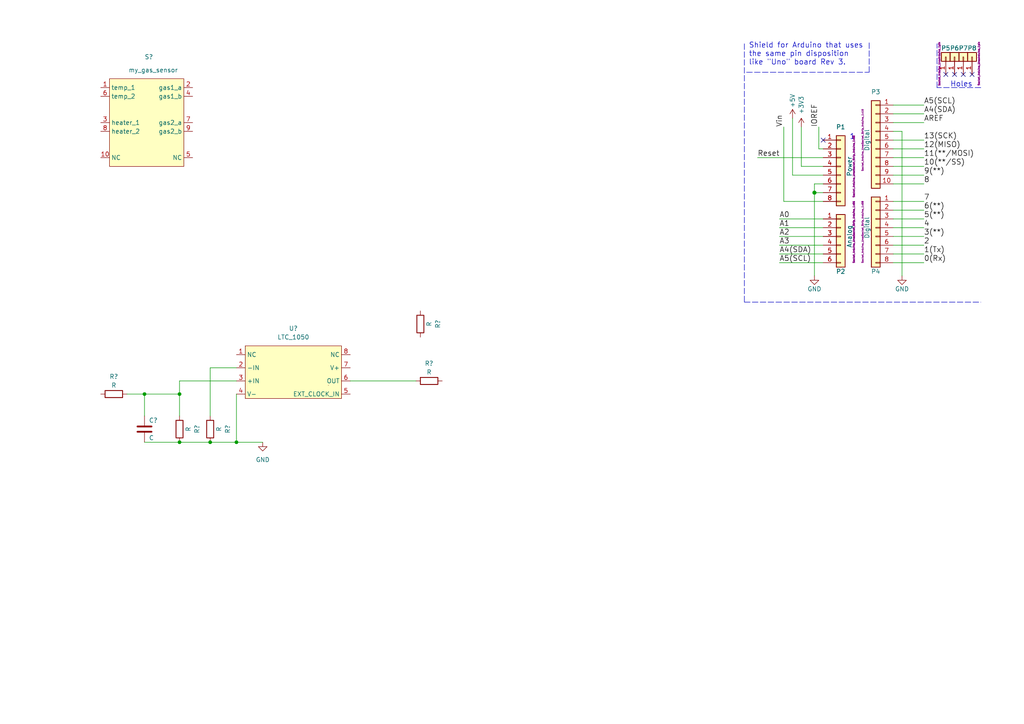
<source format=kicad_sch>
(kicad_sch (version 20210621) (generator eeschema)
  (paper "A4")
  (title_block (date "lun. 30 mars 2015"))
  (lib_symbols
    (symbol "Connector_Generic:Conn_01x01" (pin_names (offset 1.016) hide)
      (property "Reference" "J" (at 0 2.54 0))
      (property "Value" "Conn_01x01" (at 0 -2.54 0))
      (symbol "Conn_01x01_1_1"
        (rectangle (start -1.27 0.127) (end 0 -0.127) (stroke (width 0.1524)))
        (rectangle (start -1.27 1.27) (end 1.27 -1.27) (stroke (width 0.254)) (fill (type background)))
        (pin passive line (at -5.08 0 0) (length 3.81) (name "Pin_1") (number "1"))
      )
    )
    (symbol "Connector_Generic:Conn_01x06" (pin_names (offset 1.016) hide)
      (property "Reference" "J" (at 0 7.62 0))
      (property "Value" "Conn_01x06" (at 0 -10.16 0))
      (symbol "Conn_01x06_1_1"
        (rectangle (start -1.27 -7.493) (end 0 -7.747) (stroke (width 0.1524)))
        (rectangle (start -1.27 -4.953) (end 0 -5.207) (stroke (width 0.1524)))
        (rectangle (start -1.27 -2.413) (end 0 -2.667) (stroke (width 0.1524)))
        (rectangle (start -1.27 0.127) (end 0 -0.127) (stroke (width 0.1524)))
        (rectangle (start -1.27 2.667) (end 0 2.413) (stroke (width 0.1524)))
        (rectangle (start -1.27 5.207) (end 0 4.953) (stroke (width 0.1524)))
        (rectangle (start -1.27 6.35) (end 1.27 -8.89) (stroke (width 0.254)) (fill (type background)))
        (pin passive line (at -5.08 5.08 0) (length 3.81) (name "Pin_1") (number "1"))
        (pin passive line (at -5.08 2.54 0) (length 3.81) (name "Pin_2") (number "2"))
        (pin passive line (at -5.08 0 0) (length 3.81) (name "Pin_3") (number "3"))
        (pin passive line (at -5.08 -2.54 0) (length 3.81) (name "Pin_4") (number "4"))
        (pin passive line (at -5.08 -5.08 0) (length 3.81) (name "Pin_5") (number "5"))
        (pin passive line (at -5.08 -7.62 0) (length 3.81) (name "Pin_6") (number "6"))
      )
    )
    (symbol "Connector_Generic:Conn_01x08" (pin_names (offset 1.016) hide)
      (property "Reference" "J" (at 0 10.16 0))
      (property "Value" "Conn_01x08" (at 0 -12.7 0))
      (symbol "Conn_01x08_1_1"
        (rectangle (start -1.27 -10.033) (end 0 -10.287) (stroke (width 0.1524)))
        (rectangle (start -1.27 -7.493) (end 0 -7.747) (stroke (width 0.1524)))
        (rectangle (start -1.27 -4.953) (end 0 -5.207) (stroke (width 0.1524)))
        (rectangle (start -1.27 -2.413) (end 0 -2.667) (stroke (width 0.1524)))
        (rectangle (start -1.27 0.127) (end 0 -0.127) (stroke (width 0.1524)))
        (rectangle (start -1.27 2.667) (end 0 2.413) (stroke (width 0.1524)))
        (rectangle (start -1.27 5.207) (end 0 4.953) (stroke (width 0.1524)))
        (rectangle (start -1.27 7.747) (end 0 7.493) (stroke (width 0.1524)))
        (rectangle (start -1.27 8.89) (end 1.27 -11.43) (stroke (width 0.254)) (fill (type background)))
        (pin passive line (at -5.08 7.62 0) (length 3.81) (name "Pin_1") (number "1"))
        (pin passive line (at -5.08 5.08 0) (length 3.81) (name "Pin_2") (number "2"))
        (pin passive line (at -5.08 2.54 0) (length 3.81) (name "Pin_3") (number "3"))
        (pin passive line (at -5.08 0 0) (length 3.81) (name "Pin_4") (number "4"))
        (pin passive line (at -5.08 -2.54 0) (length 3.81) (name "Pin_5") (number "5"))
        (pin passive line (at -5.08 -5.08 0) (length 3.81) (name "Pin_6") (number "6"))
        (pin passive line (at -5.08 -7.62 0) (length 3.81) (name "Pin_7") (number "7"))
        (pin passive line (at -5.08 -10.16 0) (length 3.81) (name "Pin_8") (number "8"))
      )
    )
    (symbol "Connector_Generic:Conn_01x10" (pin_names (offset 1.016) hide)
      (property "Reference" "J" (at 0 12.7 0))
      (property "Value" "Conn_01x10" (at 0 -15.24 0))
      (symbol "Conn_01x10_1_1"
        (rectangle (start -1.27 -12.573) (end 0 -12.827) (stroke (width 0.1524)))
        (rectangle (start -1.27 -10.033) (end 0 -10.287) (stroke (width 0.1524)))
        (rectangle (start -1.27 -7.493) (end 0 -7.747) (stroke (width 0.1524)))
        (rectangle (start -1.27 -4.953) (end 0 -5.207) (stroke (width 0.1524)))
        (rectangle (start -1.27 -2.413) (end 0 -2.667) (stroke (width 0.1524)))
        (rectangle (start -1.27 0.127) (end 0 -0.127) (stroke (width 0.1524)))
        (rectangle (start -1.27 2.667) (end 0 2.413) (stroke (width 0.1524)))
        (rectangle (start -1.27 5.207) (end 0 4.953) (stroke (width 0.1524)))
        (rectangle (start -1.27 7.747) (end 0 7.493) (stroke (width 0.1524)))
        (rectangle (start -1.27 10.287) (end 0 10.033) (stroke (width 0.1524)))
        (rectangle (start -1.27 11.43) (end 1.27 -13.97) (stroke (width 0.254)) (fill (type background)))
        (pin passive line (at -5.08 10.16 0) (length 3.81) (name "Pin_1") (number "1"))
        (pin passive line (at -5.08 -12.7 0) (length 3.81) (name "Pin_10") (number "10"))
        (pin passive line (at -5.08 7.62 0) (length 3.81) (name "Pin_2") (number "2"))
        (pin passive line (at -5.08 5.08 0) (length 3.81) (name "Pin_3") (number "3"))
        (pin passive line (at -5.08 2.54 0) (length 3.81) (name "Pin_4") (number "4"))
        (pin passive line (at -5.08 0 0) (length 3.81) (name "Pin_5") (number "5"))
        (pin passive line (at -5.08 -2.54 0) (length 3.81) (name "Pin_6") (number "6"))
        (pin passive line (at -5.08 -5.08 0) (length 3.81) (name "Pin_7") (number "7"))
        (pin passive line (at -5.08 -7.62 0) (length 3.81) (name "Pin_8") (number "8"))
        (pin passive line (at -5.08 -10.16 0) (length 3.81) (name "Pin_9") (number "9"))
      )
    )
    (symbol "Device:C" (pin_numbers hide) (pin_names (offset 0.254))
      (property "Reference" "C" (at 0.635 2.54 0))
      (property "Value" "C" (at 0.635 -2.54 0))
      (symbol "C_0_1"
        (polyline (pts (xy -2.032 -0.762) (xy 2.032 -0.762)) (stroke (width 0.508)))
        (polyline (pts (xy -2.032 0.762) (xy 2.032 0.762)) (stroke (width 0.508)))
      )
      (symbol "C_1_1"
        (pin passive line (at 0 3.81 270) (length 2.794) (name "~") (number "1"))
        (pin passive line (at 0 -3.81 90) (length 2.794) (name "~") (number "2"))
      )
    )
    (symbol "Device:R" (pin_numbers hide) (pin_names (offset 0))
      (property "Reference" "R" (at 2.032 0 90))
      (property "Value" "R" (at 0 0 90))
      (symbol "R_0_1"
        (rectangle (start -1.016 -2.54) (end 1.016 2.54) (stroke (width 0.254)))
      )
      (symbol "R_1_1"
        (pin passive line (at 0 3.81 270) (length 1.27) (name "~") (number "1"))
        (pin passive line (at 0 -3.81 90) (length 1.27) (name "~") (number "2"))
      )
    )
    (symbol "gas_sensor:LTC_1050"
      (property "Reference" "U" (at 0 1.27 0))
      (property "Value" "LTC_1050" (at 0 -1.27 0))
      (symbol "LTC_1050_0_1"
        (rectangle (start -13.97 -5.08) (end 13.97 -20.32) (stroke (width 0.1524)) (fill (type background)))
        (rectangle (start 10.16 -16.51) (end 10.16 -16.51) (stroke (width 0.1524)))
      )
      (symbol "LTC_1050_1_1"
        (pin passive line (at -16.51 -7.62 0) (length 2.54) (name "NC") (number "1"))
        (pin passive line (at -16.51 -11.43 0) (length 2.54) (name "-IN") (number "2"))
        (pin passive line (at -16.51 -15.24 0) (length 2.54) (name "+IN") (number "3"))
        (pin passive line (at -16.51 -19.05 0) (length 2.54) (name "V-") (number "4"))
        (pin passive line (at 16.51 -19.05 180) (length 2.54) (name "EXT_CLOCK_IN") (number "5"))
        (pin passive line (at 16.51 -15.24 180) (length 2.54) (name "OUT") (number "6"))
        (pin passive line (at 16.51 -11.43 180) (length 2.54) (name "V+") (number "7"))
        (pin passive line (at 16.51 -7.62 180) (length 2.54) (name "NC") (number "8"))
      )
    )
    (symbol "gas_sensor:my_gas_sensor"
      (property "Reference" "S" (at 2.54 8.89 0))
      (property "Value" "my_gas_sensor" (at 2.54 11.43 0))
      (symbol "my_gas_sensor_0_1"
        (rectangle (start -7.62 7.62) (end 13.97 -17.78) (stroke (width 0.1524)) (fill (type background)))
      )
      (symbol "my_gas_sensor_1_1"
        (pin passive line (at -10.16 5.08 0) (length 2.54) (name "temp_1") (number "1"))
        (pin passive line (at -10.16 -15.24 0) (length 2.54) (name "NC") (number "10"))
        (pin passive line (at 16.51 5.08 180) (length 2.54) (name "gas1_a") (number "2"))
        (pin passive line (at -10.16 -5.08 0) (length 2.54) (name "heater_1") (number "3"))
        (pin passive line (at 16.51 2.54 180) (length 2.54) (name "gas1_b") (number "4"))
        (pin passive line (at 16.51 -15.24 180) (length 2.54) (name "NC") (number "5"))
        (pin passive line (at -10.16 2.54 0) (length 2.54) (name "temp_2") (number "6"))
        (pin passive line (at 16.51 -5.08 180) (length 2.54) (name "gas2_a") (number "7"))
        (pin passive line (at -10.16 -7.62 0) (length 2.54) (name "heater_2") (number "8"))
        (pin passive line (at 16.51 -7.62 180) (length 2.54) (name "gas2_b") (number "9"))
      )
    )
    (symbol "power:+3.3V" (power) (pin_names (offset 0))
      (property "Value" "+3.3V" (at 0 3.556 0))
      (symbol "+3.3V_0_1"
        (polyline (pts (xy -0.762 1.27) (xy 0 2.54)))
        (polyline (pts (xy 0 0) (xy 0 2.54)))
        (polyline (pts (xy 0 2.54) (xy 0.762 1.27)))
      )
      (symbol "+3.3V_1_1"
        (pin power_in line (at 0 0 90) (length 0) hide (name "+3V3") (number "1"))
      )
    )
    (symbol "power:+5V" (power) (pin_names (offset 0))
      (property "Value" "+5V" (at 0 3.556 0))
      (symbol "+5V_0_1"
        (polyline (pts (xy -0.762 1.27) (xy 0 2.54)))
        (polyline (pts (xy 0 0) (xy 0 2.54)))
        (polyline (pts (xy 0 2.54) (xy 0.762 1.27)))
      )
      (symbol "+5V_1_1"
        (pin power_in line (at 0 0 90) (length 0) hide (name "+5V") (number "1"))
      )
    )
    (symbol "power:GND" (power) (pin_names (offset 0))
      (property "Value" "GND" (at 0 -3.81 0))
      (symbol "GND_0_1"
        (polyline (pts (xy 0 0) (xy 0 -1.27) (xy 1.27 -1.27) (xy 0 -2.54) (xy -1.27 -1.27) (xy 0 -1.27)))
      )
      (symbol "GND_1_1"
        (pin power_in line (at 0 0 270) (length 0) hide (name "GND") (number "1"))
      )
    )
  )
  (junction (at 41.91 114.3))
  (junction (at 68.58 128.27))
  (junction (at 52.07 114.3))
  (junction (at 60.96 128.27))
  (junction (at 236.22 55.88) (diameter 1.016))
  (junction (at 52.07 128.27))
  (no_connect (at 279.4 21.59))
  (no_connect (at 274.32 21.59))
  (no_connect (at 276.86 21.59))
  (no_connect (at 281.94 21.59))
  (no_connect (at 238.76 40.64))
  (wire (pts (xy 52.07 114.3) (xy 52.07 110.49)))
  (wire (pts (xy 52.07 110.49) (xy 68.58 110.49)))
  (wire (pts (xy 238.76 48.26) (xy 232.41 48.26)))
  (wire (pts (xy 238.76 71.12) (xy 226.06 71.12)))
  (polyline (pts (xy 252.095 20.955) (xy 252.095 12.065)) (stroke (width 0) (type dash)))
  (wire (pts (xy 68.58 114.3) (xy 68.58 128.27)))
  (wire (pts (xy 259.08 63.5) (xy 267.97 63.5)))
  (wire (pts (xy 68.58 128.27) (xy 76.2 128.27)))
  (wire (pts (xy 52.07 128.27) (xy 60.96 128.27)))
  (wire (pts (xy 60.96 128.27) (xy 68.58 128.27)))
  (wire (pts (xy 236.22 53.34) (xy 236.22 55.88)))
  (wire (pts (xy 259.08 43.18) (xy 267.97 43.18)))
  (wire (pts (xy 261.62 38.1) (xy 261.62 80.01)))
  (wire (pts (xy 238.76 53.34) (xy 236.22 53.34)))
  (wire (pts (xy 101.6 110.49) (xy 120.65 110.49)))
  (wire (pts (xy 259.08 53.34) (xy 267.97 53.34)))
  (wire (pts (xy 237.49 43.18) (xy 238.76 43.18)))
  (wire (pts (xy 238.76 50.8) (xy 229.87 50.8)))
  (wire (pts (xy 41.91 114.3) (xy 52.07 114.3)))
  (wire (pts (xy 60.96 106.68) (xy 68.58 106.68)))
  (wire (pts (xy 60.96 120.65) (xy 60.96 106.68)))
  (wire (pts (xy 259.08 40.64) (xy 267.97 40.64)))
  (wire (pts (xy 41.91 128.27) (xy 52.07 128.27)))
  (wire (pts (xy 259.08 58.42) (xy 267.97 58.42)))
  (wire (pts (xy 238.76 66.04) (xy 226.06 66.04)))
  (wire (pts (xy 259.08 30.48) (xy 267.97 30.48)))
  (wire (pts (xy 259.08 71.12) (xy 267.97 71.12)))
  (wire (pts (xy 36.83 114.3) (xy 41.91 114.3)))
  (wire (pts (xy 41.91 114.3) (xy 41.91 120.65)))
  (wire (pts (xy 238.76 58.42) (xy 227.33 58.42)))
  (wire (pts (xy 238.76 63.5) (xy 226.06 63.5)))
  (wire (pts (xy 259.08 45.72) (xy 267.97 45.72)))
  (wire (pts (xy 238.76 73.66) (xy 226.06 73.66)))
  (polyline (pts (xy 284.48 25.4) (xy 271.78 25.4)) (stroke (width 0) (type dash)))
  (wire (pts (xy 238.76 45.72) (xy 219.71 45.72)))
  (wire (pts (xy 259.08 38.1) (xy 261.62 38.1)))
  (wire (pts (xy 238.76 55.88) (xy 236.22 55.88)))
  (wire (pts (xy 259.08 50.8) (xy 267.97 50.8)))
  (wire (pts (xy 236.22 55.88) (xy 236.22 80.01)))
  (wire (pts (xy 227.33 58.42) (xy 227.33 36.83)))
  (polyline (pts (xy 215.9 87.63) (xy 284.48 87.63)) (stroke (width 0) (type dash)))
  (wire (pts (xy 259.08 68.58) (xy 267.97 68.58)))
  (wire (pts (xy 238.76 76.2) (xy 226.06 76.2)))
  (wire (pts (xy 52.07 114.3) (xy 52.07 120.65)))
  (wire (pts (xy 259.08 73.66) (xy 267.97 73.66)))
  (polyline (pts (xy 271.78 25.4) (xy 271.78 12.7)) (stroke (width 0) (type dash)))
  (wire (pts (xy 259.08 60.96) (xy 267.97 60.96)))
  (wire (pts (xy 229.87 50.8) (xy 229.87 34.29)))
  (wire (pts (xy 259.08 33.02) (xy 267.97 33.02)))
  (wire (pts (xy 259.08 66.04) (xy 267.97 66.04)))
  (wire (pts (xy 259.08 35.56) (xy 267.97 35.56)))
  (polyline (pts (xy 215.9 12.7) (xy 215.9 87.63)) (stroke (width 0) (type dash)))
  (wire (pts (xy 232.41 48.26) (xy 232.41 36.83)))
  (wire (pts (xy 237.49 36.83) (xy 237.49 43.18)))
  (wire (pts (xy 259.08 76.2) (xy 267.97 76.2)))
  (wire (pts (xy 259.08 48.26) (xy 267.97 48.26)))
  (wire (pts (xy 238.76 68.58) (xy 226.06 68.58)))
  (polyline (pts (xy 216.535 20.955) (xy 252.095 20.955)) (stroke (width 0) (type dash)))
  (text "Holes" (at 275.59 25.4 0) (effects (font (size 1.524 1.524)) (justify left bottom)))
  (text "Shield for Arduino that uses\nthe same pin disposition\nlike \"Uno\" board Rev 3." (at 217.17 19.05 0) (effects (font (size 1.524 1.524)) (justify left bottom)))
  (text "1" (at 246.38 40.64 0) (effects (font (size 1.524 1.524)) (justify left bottom)))
  (label "Vin" (at 227.33 36.83 90) (effects (font (size 1.524 1.524))))
  (label "0(Rx)" (at 267.97 76.2 0) (effects (font (size 1.524 1.524))))
  (label "A4(SDA)" (at 226.06 73.66 0) (effects (font (size 1.524 1.524))))
  (label "4" (at 267.97 66.04 0) (effects (font (size 1.524 1.524))))
  (label "5(**)" (at 267.97 63.5 0) (effects (font (size 1.524 1.524))))
  (label "A2" (at 226.06 68.58 0) (effects (font (size 1.524 1.524))))
  (label "A5(SCL)" (at 226.06 76.2 0) (effects (font (size 1.524 1.524))))
  (label "A0" (at 226.06 63.5 0) (effects (font (size 1.524 1.524))))
  (label "A1" (at 226.06 66.04 0) (effects (font (size 1.524 1.524))))
  (label "10(**/SS)" (at 267.97 48.26 0) (effects (font (size 1.524 1.524))))
  (label "13(SCK)" (at 267.97 40.64 0) (effects (font (size 1.524 1.524))))
  (label "7" (at 267.97 58.42 0) (effects (font (size 1.524 1.524))))
  (label "A4(SDA)" (at 267.97 33.02 0) (effects (font (size 1.524 1.524))))
  (label "A3" (at 226.06 71.12 0) (effects (font (size 1.524 1.524))))
  (label "Reset" (at 219.71 45.72 0) (effects (font (size 1.524 1.524))))
  (label "2" (at 267.97 71.12 0) (effects (font (size 1.524 1.524))))
  (label "12(MISO)" (at 267.97 43.18 0) (effects (font (size 1.524 1.524))))
  (label "3(**)" (at 267.97 68.58 0) (effects (font (size 1.524 1.524))))
  (label "9(**)" (at 267.97 50.8 0) (effects (font (size 1.524 1.524))))
  (label "8" (at 267.97 53.34 0) (effects (font (size 1.524 1.524))))
  (label "A5(SCL)" (at 267.97 30.48 0) (effects (font (size 1.524 1.524))))
  (label "IOREF" (at 237.49 36.83 90) (effects (font (size 1.524 1.524))))
  (label "AREF" (at 267.97 35.56 0) (effects (font (size 1.524 1.524))))
  (label "11(**/MOSI)" (at 267.97 45.72 0) (effects (font (size 1.524 1.524))))
  (label "1(Tx)" (at 267.97 73.66 0) (effects (font (size 1.524 1.524))))
  (label "6(**)" (at 267.97 60.96 0) (effects (font (size 1.524 1.524))))
  (symbol (lib_id "Connector_Generic:Conn_01x08") (at 243.84 48.26 0) (unit 1)
    (property "Reference" "P1" (at 243.84 36.83 0))
    (property "Value" "Power" (at 246.38 48.26 90))
    (property "Footprint" "Socket_Arduino_Uno:Socket_Strip_Arduino_1x08" (at 247.65 48.26 90) (effects (font (size 0.508 0.508))))
  )
  (symbol (lib_id "power:+3.3V") (at 232.41 36.83 0) (unit 1)
    (property "Reference" "#PWR01" (effects hide))
    (property "Value" "+3.3V" (at 232.41 30.48 90))
  )
  (symbol (lib_id "power:+5V") (at 229.87 34.29 0) (unit 1)
    (property "Reference" "#PWR02" (effects hide))
    (property "Value" "+5V" (at 229.87 29.21 90))
  )
  (symbol (lib_id "power:GND") (at 236.22 80.01 0) (unit 1)
    (property "Reference" "#PWR03" (effects hide))
    (property "Value" "GND" (at 236.22 83.82 0))
  )
  (symbol (lib_id "power:GND") (at 261.62 80.01 0) (unit 1)
    (property "Reference" "#PWR04" (effects hide))
    (property "Value" "GND" (at 261.62 83.82 0))
  )
  (symbol (lib_id "Connector_Generic:Conn_01x06") (at 243.84 68.58 0) (unit 1)
    (property "Reference" "P2" (at 243.84 78.74 0))
    (property "Value" "Analog" (at 246.38 68.58 90))
    (property "Footprint" "Socket_Arduino_Uno:Socket_Strip_Arduino_1x06" (at 247.65 67.31 90) (effects (font (size 0.508 0.508))))
  )
  (symbol (lib_id "Connector_Generic:Conn_01x01") (at 274.32 16.51 90) (unit 1)
    (property "Reference" "P5" (at 274.32 13.97 90))
    (property "Value" "CONN_01X01" (effects hide))
    (property "Footprint" "Socket_Arduino_Uno:Arduino_1pin" (at 272.4404 18.5166 0) (effects (font (size 0.508 0.508))))
  )
  (symbol (lib_id "Connector_Generic:Conn_01x01") (at 276.86 16.51 90) (unit 1)
    (property "Reference" "P6" (at 276.86 13.97 90))
    (property "Value" "CONN_01X01" (effects hide))
    (property "Footprint" "Socket_Arduino_Uno:Arduino_1pin" (effects hide))
  )
  (symbol (lib_id "Connector_Generic:Conn_01x01") (at 279.4 16.51 90) (unit 1)
    (property "Reference" "P7" (at 279.4 13.97 90))
    (property "Value" "CONN_01X01" (effects hide))
    (property "Footprint" "Socket_Arduino_Uno:Arduino_1pin" (effects hide))
  )
  (symbol (lib_id "Connector_Generic:Conn_01x01") (at 281.94 16.51 90) (unit 1)
    (property "Reference" "P8" (at 281.94 13.97 90))
    (property "Value" "CONN_01X01" (effects hide))
    (property "Footprint" "Socket_Arduino_Uno:Arduino_1pin" (at 283.9212 18.4404 0) (effects (font (size 0.508 0.508))))
  )
  (symbol (lib_id "Connector_Generic:Conn_01x08") (at 254 66.04 0) (mirror y) (unit 1)
    (property "Reference" "P4" (at 254 78.74 0))
    (property "Value" "Digital" (at 251.46 66.04 90))
    (property "Footprint" "Socket_Arduino_Uno:Socket_Strip_Arduino_1x08" (at 250.19 67.31 90) (effects (font (size 0.508 0.508))))
  )
  (symbol (lib_id "Connector_Generic:Conn_01x10") (at 254 40.64 0) (mirror y) (unit 1)
    (property "Reference" "P3" (at 254 26.67 0))
    (property "Value" "Digital" (at 251.46 40.64 90))
    (property "Footprint" "Socket_Arduino_Uno:Socket_Strip_Arduino_1x10" (at 250.19 40.64 90) (effects (font (size 0.508 0.508))))
  )
  (symbol (lib_id "gas_sensor:LTC_1050") (at 85.09 95.25 0) (unit 1)
    (property "Reference" "U?" (at 85.09 95.25 0))
    (property "Value" "LTC_1050" (at 85.09 97.79 0))
  )
  (symbol (lib_id "Device:R") (at 124.46 110.49 270) (unit 1)
    (property "Reference" "R?" (at 124.46 105.41 90))
    (property "Value" "R" (at 124.46 107.95 90))
  )
  (symbol (lib_id "Device:R") (at 121.92 93.98 180) (unit 1)
    (property "Reference" "R?" (at 127 93.98 90))
    (property "Value" "R" (at 124.46 93.98 90))
  )
  (symbol (lib_id "gas_sensor:my_gas_sensor") (at 39.37 30.48 0) (unit 1)
    (property "Reference" "S?" (at 43.18 16.51 0))
    (property "Value" "my_gas_sensor" (at 44.45 20.32 0))
  )
  (symbol (lib_id "Device:R") (at 60.96 124.46 180) (unit 1)
    (property "Reference" "R?" (at 66.04 124.46 90))
    (property "Value" "R" (at 63.5 124.46 90))
  )
  (symbol (lib_id "Device:R") (at 52.07 124.46 180) (unit 1)
    (property "Reference" "R?" (at 57.15 124.46 90))
    (property "Value" "R" (at 54.61 124.46 90))
  )
  (symbol (lib_id "Device:C") (at 41.91 124.46 0) (unit 1)
    (property "Reference" "C?" (at 43.18 121.92 0) (effects (justify left)))
    (property "Value" "C" (at 43.18 127 0) (effects (justify left)))
  )
  (symbol (lib_id "power:GND") (at 76.2 128.27 0) (unit 1)
    (property "Reference" "#PWR?" (effects hide))
    (property "Value" "GND" (at 76.2 133.35 0))
  )
  (symbol (lib_id "Device:R") (at 33.02 114.3 270) (unit 1)
    (property "Reference" "R?" (at 33.02 109.22 90))
    (property "Value" "R" (at 33.02 111.76 90))
  )
)
</source>
